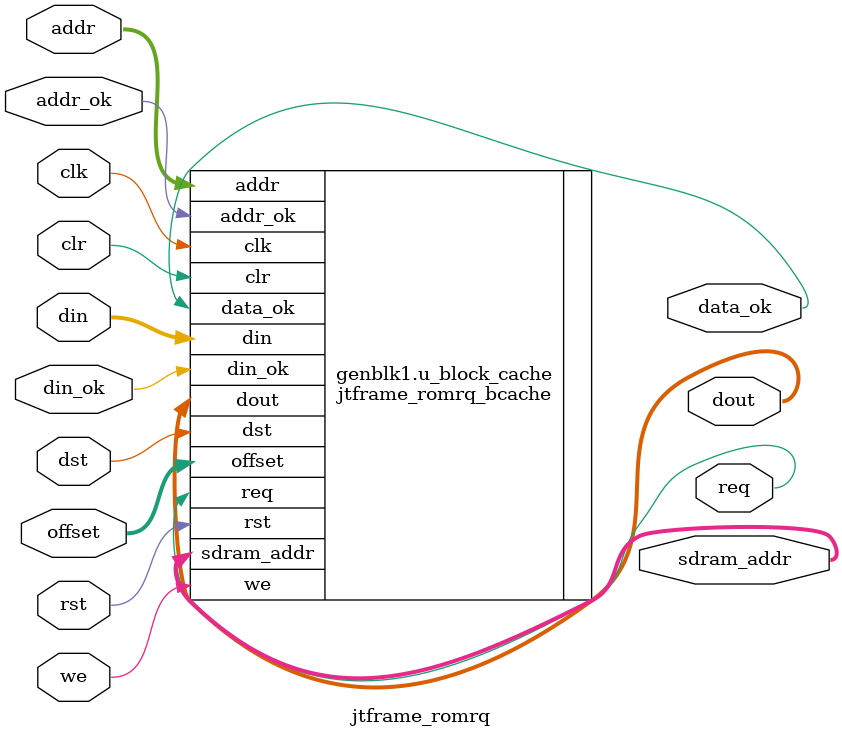
<source format=v>
/*  This file is part of JTFRAME.
    JTFRAME program is free software: you can redistribute it and/or modify
    it under the terms of the GNU General Public License as published by
    the Free Software Foundation, either version 3 of the License, or
    (at your option) any later version.

    JTFRAME program is distributed in the hope that it will be useful,
    but WITHOUT ANY WARRANTY; without even the implied warranty of
    MERCHANTABILITY or FITNESS FOR A PARTICULAR PURPOSE.  See the
    GNU General Public License for more details.

    You should have received a copy of the GNU General Public License
    along with JTFRAME.  If not, see <http://www.gnu.org/licenses/>.

    Author: Jose Tejada Gomez. Twitter: @topapate
    Version: 1.0
    Date: 28-2-2019 */

// The best use case is with addr_ok going down and up for each addr change
// but it works too with addr_ok permanently high as long as addr input is
// not changed until the data_ok signal is produced. If the requester cannot
// guarantee that, it should toggle addr_ok for each request

// LATCH LATENCY Timing Requirements
//    0     1    medium
//    1     2    easy

`timescale 1ns/1ps
/* verilator coverage_off */
module jtframe_romrq #(parameter
    SDRAMW  = 22,  // SDRAM width
    AW      = 18,
    DW      =  8,
    CACHE_SIZE=0,  // Set to !=0 to use jtframe_romrq_xscache, where only served data is cached
                   // Set to ==0 to use jtframe_romrq_bcache, where all data coming from SDRAM is cached

    // parameters only for jtframe_romrq_bcache:
    OKLATCH =  1,  // Set to 1 to latch the data_ok signal. This implies that
                   // data_ok will be high for one clock cycle after the input address
                   // has changed. The requesting module needs to take care of that
                   // If OKLATCH is zero, data_ok is combinational and it will go to
                   // zero as soon as the input address changes. This simplifies the
                   // requesting logic but it is more demanding for timing constraints
    DOUBLE  =  0,
    LATCH   =  0  // dout is latched
)(
    input               rst,
    input               clk,

    input               clr, // clears the cache
    input [SDRAMW-1:0]  offset,

    // <-> SDRAM
    input [15:0]        din,
    input               din_ok,
    input               dst,
    input               we,
    output              req,
    output [SDRAMW-1:0] sdram_addr,

    // <-> Consumer
    input [AW-1:0]      addr,
    input               addr_ok,    // signals that value in addr is valid
    output              data_ok,    // strobe that signals that data is ready
    output     [DW-1:0] dout
);

generate
    if( CACHE_SIZE==0) begin
        jtframe_romrq_bcache #(
            .SDRAMW ( SDRAMW    ),
            .AW     ( AW        ),
            .DW     ( DW        ),
            .OKLATCH( OKLATCH   ),
            .DOUBLE ( DOUBLE    ),
            .LATCH  ( LATCH     )
        ) u_block_cache(
            .rst    ( rst       ),
            .clk    ( clk       ),

            .clr    ( clr       ),
            .offset ( offset    ),

            // <-> SDRAM
            .din        ( din       ),
            .din_ok     ( din_ok    ),
            .dst        ( dst       ),
            .we         ( we        ),
            .req        ( req       ),
            .sdram_addr (sdram_addr ),

            // <-> Consumer
            .addr       ( addr      ),
            .addr_ok    ( addr_ok   ),
            .data_ok    ( data_ok   ),
            .dout       ( dout      )
        );
    end else begin
        jtframe_romrq_xscache #(
            .SDRAMW     ( SDRAMW    ),
            .AW         ( AW        ),
            .DW         ( DW        ),
            .CACHE_SIZE ( CACHE_SIZE)
        ) u_data_cache(
            .rst    ( rst       ),
            .clk    ( clk       ),

            .clr    ( clr       ),
            .offset ( offset    ),

            // <-> SDRAM
            .din        ( din       ),
            .dst        ( dst       ),
            .we         ( we        ),
            .req        ( req       ),
            .sdram_addr (sdram_addr ),

            // <-> Consumer
            .addr       ( addr      ),
            .addr_ok    ( addr_ok   ),
            .data_ok    ( data_ok   ),
            .dout       ( dout      )
        );
    end
endgenerate

endmodule // jtframe_romrq

</source>
